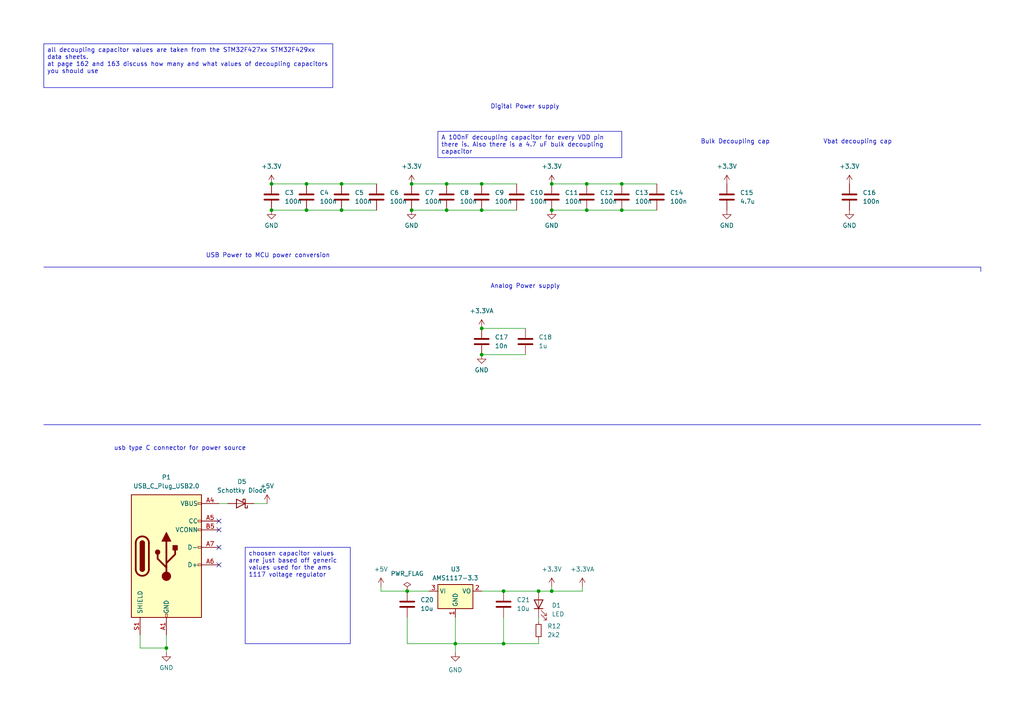
<source format=kicad_sch>
(kicad_sch (version 20230121) (generator eeschema)
  (paper "A4")
  (lib_symbols
    (symbol "Connector:USB_C_Plug_USB2.0" (pin_names (offset 1.016))
      (property "Reference" "P" (at -10.16 19.05 0))
      (property "Value" "USB_C_Plug_USB2.0" (at 12.7 19.05 0))
      (symbol "USB_C_Plug_USB2.0_0_0"
        (rectangle (start -0.254 -17.78) (end 0.254 -16.764))
        (rectangle (start 10.16 -2.286) (end 9.144 -2.794))
        (rectangle (start 10.16 2.794) (end 9.144 2.286))
        (rectangle (start 10.16 7.874) (end 9.144 7.366))
        (rectangle (start 10.16 10.414) (end 9.144 9.906))
        (rectangle (start 10.16 15.494) (end 9.144 14.986))
      )
      (symbol "USB_C_Plug_USB2.0_0_1"
        (rectangle (start -10.16 17.78) (end 10.16 -17.78) (stroke (width 0.254)) (fill (type background)))
        (arc (start -8.89 -3.81) (mid -6.985 -5.7067) (end -5.08 -3.81) (stroke (width 0.508)))
        (arc (start -7.62 -3.81) (mid -6.985 -4.4423) (end -6.35 -3.81) (stroke (width 0.254)))
        (arc (start -7.62 -3.81) (mid -6.985 -4.4423) (end -6.35 -3.81) (stroke (width 0.254)) (fill (type outline)))
        (rectangle (start -7.62 -3.81) (end -6.35 3.81) (stroke (width 0.254)) (fill (type outline)))
        (arc (start -6.35 3.81) (mid -6.985 4.4423) (end -7.62 3.81) (stroke (width 0.254)))
        (arc (start -6.35 3.81) (mid -6.985 4.4423) (end -7.62 3.81) (stroke (width 0.254)) (fill (type outline)))
        (arc (start -5.08 3.81) (mid -6.985 5.7067) (end -8.89 3.81) (stroke (width 0.508)))
        (circle (center -2.54 1.143) (radius 0.635) (stroke (width 0.254)) (fill (type outline)))
        (circle (center 0 -5.842) (radius 1.27) (fill (type outline)))
        (polyline (pts (xy -8.89 -3.81) (xy -8.89 3.81)) (stroke (width 0.508)))
        (polyline (pts (xy -5.08 3.81) (xy -5.08 -3.81)) (stroke (width 0.508)))
        (polyline (pts (xy 0 -5.842) (xy 0 4.318)) (stroke (width 0.508)))
        (polyline (pts (xy 0 -3.302) (xy -2.54 -0.762) (xy -2.54 0.508)) (stroke (width 0.508)))
        (polyline (pts (xy 0 -2.032) (xy 2.54 0.508) (xy 2.54 1.778)) (stroke (width 0.508)))
        (polyline (pts (xy -1.27 4.318) (xy 0 6.858) (xy 1.27 4.318) (xy -1.27 4.318)) (stroke (width 0.254)) (fill (type outline)))
        (rectangle (start 1.905 1.778) (end 3.175 3.048) (stroke (width 0.254)) (fill (type outline)))
      )
      (symbol "USB_C_Plug_USB2.0_1_1"
        (pin passive line (at 0 -22.86 90) (length 5.08) (name "GND") (number "A1"))
        (pin passive line (at 0 -22.86 90) (length 5.08) hide (name "GND") (number "A12"))
        (pin passive line (at 15.24 15.24 180) (length 5.08) (name "VBUS") (number "A4"))
        (pin bidirectional line (at 15.24 10.16 180) (length 5.08) (name "CC") (number "A5"))
        (pin bidirectional line (at 15.24 -2.54 180) (length 5.08) (name "D+") (number "A6"))
        (pin bidirectional line (at 15.24 2.54 180) (length 5.08) (name "D-") (number "A7"))
        (pin passive line (at 15.24 15.24 180) (length 5.08) hide (name "VBUS") (number "A9"))
        (pin passive line (at 0 -22.86 90) (length 5.08) hide (name "GND") (number "B1"))
        (pin passive line (at 0 -22.86 90) (length 5.08) hide (name "GND") (number "B12"))
        (pin passive line (at 15.24 15.24 180) (length 5.08) hide (name "VBUS") (number "B4"))
        (pin bidirectional line (at 15.24 7.62 180) (length 5.08) (name "VCONN") (number "B5"))
        (pin passive line (at 15.24 15.24 180) (length 5.08) hide (name "VBUS") (number "B9"))
        (pin passive line (at -7.62 -22.86 90) (length 5.08) (name "SHIELD") (number "S1"))
      )
    )
    (symbol "Device:C" (pin_numbers hide) (pin_names (offset 0.254))
      (property "Reference" "C" (at 0.635 2.54 0))
      (property "Value" "C" (at 0.635 -2.54 0))
      (symbol "C_0_1"
        (polyline (pts (xy -2.032 -0.762) (xy 2.032 -0.762)) (stroke (width 0.508)))
        (polyline (pts (xy -2.032 0.762) (xy 2.032 0.762)) (stroke (width 0.508)))
      )
      (symbol "C_1_1"
        (pin passive line (at 0 3.81 270) (length 2.794) (name "~") (number "1"))
        (pin passive line (at 0 -3.81 90) (length 2.794) (name "~") (number "2"))
      )
    )
    (symbol "Device:D_Schottky" (pin_numbers hide) (pin_names (offset 1.016) hide)
      (property "Reference" "D" (at 0 2.54 0))
      (property "Value" "D_Schottky" (at 0 -2.54 0))
      (symbol "D_Schottky_0_1"
        (polyline (pts (xy 1.27 0) (xy -1.27 0)))
        (polyline (pts (xy 1.27 1.27) (xy 1.27 -1.27) (xy -1.27 0) (xy 1.27 1.27)) (stroke (width 0.254)))
        (polyline (pts (xy -1.905 0.635) (xy -1.905 1.27) (xy -1.27 1.27) (xy -1.27 -1.27) (xy -0.635 -1.27) (xy -0.635 -0.635)) (stroke (width 0.254)))
      )
      (symbol "D_Schottky_1_1"
        (pin passive line (at -3.81 0 0) (length 2.54) (name "K") (number "1"))
        (pin passive line (at 3.81 0 180) (length 2.54) (name "A") (number "2"))
      )
    )
    (symbol "Device:LED" (pin_numbers hide) (pin_names (offset 1.016) hide)
      (property "Reference" "D" (at 0 2.54 0))
      (property "Value" "LED" (at 0 -2.54 0))
      (symbol "LED_0_1"
        (polyline (pts (xy -1.27 -1.27) (xy -1.27 1.27)) (stroke (width 0.254)))
        (polyline (pts (xy -1.27 0) (xy 1.27 0)))
        (polyline (pts (xy 1.27 -1.27) (xy 1.27 1.27) (xy -1.27 0) (xy 1.27 -1.27)) (stroke (width 0.254)))
        (polyline (pts (xy -3.048 -0.762) (xy -4.572 -2.286) (xy -3.81 -2.286) (xy -4.572 -2.286) (xy -4.572 -1.524)))
        (polyline (pts (xy -1.778 -0.762) (xy -3.302 -2.286) (xy -2.54 -2.286) (xy -3.302 -2.286) (xy -3.302 -1.524)))
      )
      (symbol "LED_1_1"
        (pin passive line (at -3.81 0 0) (length 2.54) (name "K") (number "1"))
        (pin passive line (at 3.81 0 180) (length 2.54) (name "A") (number "2"))
      )
    )
    (symbol "Device:R_Small" (pin_numbers hide) (pin_names (offset 0.254) hide)
      (property "Reference" "R" (at 0.762 0.508 0))
      (property "Value" "R_Small" (at 0.762 -1.016 0))
      (symbol "R_Small_0_1"
        (rectangle (start -0.762 1.778) (end 0.762 -1.778) (stroke (width 0.2032)))
      )
      (symbol "R_Small_1_1"
        (pin passive line (at 0 2.54 270) (length 0.762) (name "~") (number "1"))
        (pin passive line (at 0 -2.54 90) (length 0.762) (name "~") (number "2"))
      )
    )
    (symbol "Regulator_Linear:AMS1117-3.3"
      (property "Reference" "U" (at -3.81 3.175 0))
      (property "Value" "AMS1117-3.3" (at 0 3.175 0))
      (symbol "AMS1117-3.3_0_1"
        (rectangle (start -5.08 -5.08) (end 5.08 1.905) (stroke (width 0.254)) (fill (type background)))
      )
      (symbol "AMS1117-3.3_1_1"
        (pin power_in line (at 0 -7.62 90) (length 2.54) (name "GND") (number "1"))
        (pin power_out line (at 7.62 0 180) (length 2.54) (name "VO") (number "2"))
        (pin power_in line (at -7.62 0 0) (length 2.54) (name "VI") (number "3"))
      )
    )
    (symbol "power:+3.3V" (power) (pin_names (offset 0))
      (property "Value" "+3.3V" (at 0 3.556 0))
      (symbol "+3.3V_0_1"
        (polyline (pts (xy -0.762 1.27) (xy 0 2.54)))
        (polyline (pts (xy 0 0) (xy 0 2.54)))
        (polyline (pts (xy 0 2.54) (xy 0.762 1.27)))
      )
      (symbol "+3.3V_1_1"
        (pin power_in line (at 0 0 90) (length 0) hide (name "+3.3V") (number "1"))
      )
    )
    (symbol "power:+3.3VA" (power) (pin_names (offset 0))
      (property "Value" "+3.3VA" (at 0 3.556 0))
      (symbol "+3.3VA_0_1"
        (polyline (pts (xy -0.762 1.27) (xy 0 2.54)))
        (polyline (pts (xy 0 0) (xy 0 2.54)))
        (polyline (pts (xy 0 2.54) (xy 0.762 1.27)))
      )
      (symbol "+3.3VA_1_1"
        (pin power_in line (at 0 0 90) (length 0) hide (name "+3.3VA") (number "1"))
      )
    )
    (symbol "power:+5V" (power) (pin_names (offset 0))
      (property "Value" "+5V" (at 0 3.556 0))
      (symbol "+5V_0_1"
        (polyline (pts (xy -0.762 1.27) (xy 0 2.54)))
        (polyline (pts (xy 0 0) (xy 0 2.54)))
        (polyline (pts (xy 0 2.54) (xy 0.762 1.27)))
      )
      (symbol "+5V_1_1"
        (pin power_in line (at 0 0 90) (length 0) hide (name "+5V") (number "1"))
      )
    )
    (symbol "power:GND" (power) (pin_names (offset 0))
      (property "Value" "GND" (at 0 -3.81 0))
      (symbol "GND_0_1"
        (polyline (pts (xy 0 0) (xy 0 -1.27) (xy 1.27 -1.27) (xy 0 -2.54) (xy -1.27 -1.27) (xy 0 -1.27)))
      )
      (symbol "GND_1_1"
        (pin power_in line (at 0 0 270) (length 0) hide (name "GND") (number "1"))
      )
    )
    (symbol "power:PWR_FLAG" (power) (pin_numbers hide) (pin_names (offset 0) hide)
      (property "Value" "PWR_FLAG" (at 0 3.81 0))
      (symbol "PWR_FLAG_0_0"
        (pin power_out line (at 0 0 90) (length 0) (name "pwr") (number "1"))
      )
      (symbol "PWR_FLAG_0_1"
        (polyline (pts (xy 0 0) (xy 0 1.27) (xy -1.016 1.905) (xy 0 2.54) (xy 1.016 1.905) (xy 0 1.27)))
      )
    )
  )
  (junction (at 146.05 186.69))
  (junction (at 88.9 53.34))
  (junction (at 180.34 53.34))
  (junction (at 48.26 187.96))
  (junction (at 139.7 53.34))
  (junction (at 119.38 60.96))
  (junction (at 99.06 60.96))
  (junction (at 129.54 53.34))
  (junction (at 160.02 60.96))
  (junction (at 160.02 171.45))
  (junction (at 156.21 171.45))
  (junction (at 180.34 60.96))
  (junction (at 160.02 53.34))
  (junction (at 139.7 95.25))
  (junction (at 129.54 60.96))
  (junction (at 88.9 60.96))
  (junction (at 119.38 53.34))
  (junction (at 78.74 60.96))
  (junction (at 99.06 53.34))
  (junction (at 139.7 102.87))
  (junction (at 146.05 171.45))
  (junction (at 170.18 60.96))
  (junction (at 132.08 186.69))
  (junction (at 78.74 53.34))
  (junction (at 118.11 171.45))
  (junction (at 139.7 60.96))
  (junction (at 170.18 53.34))
  (no_connect (at 63.5 153.67))
  (no_connect (at 63.5 158.75))
  (no_connect (at 63.5 163.83))
  (no_connect (at 63.5 151.13))
  (wire (pts (xy 40.64 187.96) (xy 48.26 187.96)))
  (wire (pts (xy 48.26 187.96) (xy 48.26 184.15)))
  (wire (pts (xy 110.49 171.45) (xy 118.11 171.45)))
  (wire (pts (xy 88.9 60.96) (xy 99.06 60.96)))
  (wire (pts (xy 160.02 53.34) (xy 170.18 53.34)))
  (wire (pts (xy 180.34 53.34) (xy 190.5 53.34)))
  (wire (pts (xy 180.34 60.96) (xy 190.5 60.96)))
  (wire (pts (xy 129.54 53.34) (xy 139.7 53.34)))
  (wire (pts (xy 118.11 171.45) (xy 124.46 171.45)))
  (wire (pts (xy 139.7 102.87) (xy 152.4 102.87)))
  (wire (pts (xy 110.49 170.18) (xy 110.49 171.45)))
  (wire (pts (xy 88.9 53.34) (xy 99.06 53.34)))
  (wire (pts (xy 78.74 60.96) (xy 88.9 60.96)))
  (wire (pts (xy 160.02 170.18) (xy 160.02 171.45)))
  (wire (pts (xy 139.7 171.45) (xy 146.05 171.45)))
  (wire (pts (xy 118.11 179.07) (xy 118.11 186.69)))
  (wire (pts (xy 139.7 95.25) (xy 152.4 95.25)))
  (wire (pts (xy 132.08 189.23) (xy 132.08 186.69)))
  (wire (pts (xy 132.08 186.69) (xy 146.05 186.69)))
  (polyline (pts (xy 12.7 77.47) (xy 284.48 77.47)))
  (wire (pts (xy 170.18 60.96) (xy 180.34 60.96)))
  (wire (pts (xy 160.02 60.96) (xy 170.18 60.96)))
  (wire (pts (xy 168.91 171.45) (xy 168.91 170.18)))
  (wire (pts (xy 146.05 186.69) (xy 146.05 179.07)))
  (wire (pts (xy 160.02 171.45) (xy 168.91 171.45)))
  (wire (pts (xy 119.38 60.96) (xy 129.54 60.96)))
  (wire (pts (xy 118.11 186.69) (xy 132.08 186.69)))
  (wire (pts (xy 146.05 171.45) (xy 156.21 171.45)))
  (wire (pts (xy 99.06 53.34) (xy 109.22 53.34)))
  (wire (pts (xy 156.21 171.45) (xy 160.02 171.45)))
  (wire (pts (xy 139.7 60.96) (xy 149.86 60.96)))
  (wire (pts (xy 78.74 53.34) (xy 88.9 53.34)))
  (wire (pts (xy 119.38 53.34) (xy 129.54 53.34)))
  (wire (pts (xy 40.64 184.15) (xy 40.64 187.96)))
  (polyline (pts (xy 284.48 77.47) (xy 284.48 78.74)))
  (wire (pts (xy 170.18 53.34) (xy 180.34 53.34)))
  (wire (pts (xy 139.7 53.34) (xy 149.86 53.34)))
  (wire (pts (xy 129.54 60.96) (xy 139.7 60.96)))
  (wire (pts (xy 156.21 180.34) (xy 156.21 179.07)))
  (wire (pts (xy 99.06 60.96) (xy 109.22 60.96)))
  (wire (pts (xy 156.21 185.42) (xy 156.21 186.69)))
  (wire (pts (xy 73.66 146.05) (xy 77.47 146.05)))
  (polyline (pts (xy 12.7 123.19) (xy 284.48 123.19)))
  (wire (pts (xy 48.26 189.23) (xy 48.26 187.96)))
  (wire (pts (xy 156.21 186.69) (xy 146.05 186.69)))
  (wire (pts (xy 132.08 179.07) (xy 132.08 186.69)))
  (wire (pts (xy 66.04 146.05) (xy 63.5 146.05)))
  (text_box "all decoupling capacitor values are taken from the STM32F427xx STM32F429xx data sheets.\nat page 162 and 163 discuss how many and what values of decoupling capacitors you should use\n" (at 12.7 12.7 0) (size 83.82 12.7) (effects (font (size 1.27 1.27)) (justify left top)))
  (text_box "choosen capacitor values are just based off generic values used for the ams 1117 voltage regulator\n" (at 71.12 158.75 0) (size 30.48 27.94) (effects (font (size 1.27 1.27)) (justify left top)))
  (text_box "A 100nF decoupling capacitor for every VDD pin there is. Also there is a 4.7 uF bulk decoupling capacitor\n" (at 127 38.1 0) (size 53.34 7.62) (effects (font (size 1.27 1.27)) (justify left top)))
  (text "Vbat decoupling cap\n" (at 238.76 41.91 0) (effects (font (size 1.27 1.27)) (justify left bottom)))
  (text "usb type C connector for power source" (at 33.02 130.81 0) (effects (font (size 1.27 1.27)) (justify left bottom)))
  (text "Bulk Decoupling cap" (at 203.2 41.91 0) (effects (font (size 1.27 1.27)) (justify left bottom)))
  (text "USB Power to MCU power conversion\n" (at 59.69 74.93 0) (effects (font (size 1.27 1.27)) (justify left bottom)))
  (text "Digital Power supply\n" (at 142.24 31.75 0) (effects (font (size 1.27 1.27)) (justify left bottom)))
  (text "Analog Power supply\n" (at 142.24 83.82 0) (effects (font (size 1.27 1.27)) (justify left bottom)))
  (symbol (lib_id "power:GND") (at 132.08 189.23 0) (unit 1)
    (property "Reference" "#PWR020" (effects hide))
    (property "Value" "GND" (at 132.08 194.31 0))
    (instances (project "stm32f429z" (path "" (reference "#PWR020") (unit 1)) (path "" (reference "#PWR068") (unit 1))))
  )
  (symbol (lib_id "power:+3.3VA") (at 168.91 170.18 0) (unit 1)
    (property "Reference" "#PWR038" (effects hide))
    (property "Value" "+3.3VA" (at 168.91 165.1 0))
    (instances (project "stm32f429z" (path "" (reference "#PWR038") (unit 1)) (path "" (reference "#PWR067") (unit 1))))
  )
  (symbol (lib_id "power:GND") (at 119.38 60.96 0) (unit 1)
    (property "Reference" "#PWR012" (effects hide))
    (property "Value" "GND" (at 119.38 65.405 0))
  )
  (symbol (lib_id "Device:R_Small") (at 156.21 182.88 0) (unit 1)
    (property "Reference" "R12" (at 158.75 181.61 0) (effects (justify left)))
    (property "Value" "2k2" (at 158.75 184.15 0) (effects (justify left)))
    (property "Footprint" "Resistor_SMD:R_0603_1608Metric_Pad0.98x0.95mm_HandSolder" (effects hide))
    (instances (project "stm32f429z" (path "" (reference "R12") (unit 1)) (path "" (reference "R16") (unit 1))))
  )
  (symbol (lib_id "power:GND") (at 78.74 60.96 0) (unit 1)
    (property "Reference" "#PWR01" (effects hide))
    (property "Value" "GND" (at 78.74 65.405 0))
  )
  (symbol (lib_id "Device:C") (at 160.02 57.15 0) (unit 1)
    (property "Reference" "C11" (at 163.83 55.88 0) (effects (justify left)))
    (property "Value" "100n" (at 163.83 58.42 0) (effects (justify left)))
    (property "Footprint" "Capacitor_SMD:C_0603_1608Metric_Pad1.08x0.95mm_HandSolder" (effects hide))
  )
  (symbol (lib_id "Regulator_Linear:AMS1117-3.3") (at 132.08 171.45 0) (unit 1)
    (property "Reference" "U3" (at 132.08 165.1 0))
    (property "Value" "AMS1117-3.3" (at 132.08 167.64 0))
    (property "Footprint" "Package_TO_SOT_SMD:SOT-223-3_TabPin2" (effects hide))
    (property "Datasheet" "http://www.advanced-monolithic.com/pdf/ds1117.pdf" (effects hide))
    (instances (project "stm32f429z" (path "" (reference "U3") (unit 1)) (path "" (reference "U6") (unit 1))))
  )
  (symbol (lib_id "Device:C") (at 139.7 57.15 0) (unit 1)
    (property "Reference" "C9" (at 143.51 55.88 0) (effects (justify left)))
    (property "Value" "100n" (at 143.51 58.42 0) (effects (justify left)))
    (property "Footprint" "Capacitor_SMD:C_0603_1608Metric_Pad1.08x0.95mm_HandSolder" (effects hide))
  )
  (symbol (lib_id "power:PWR_FLAG") (at 118.11 171.45 0) (unit 1)
    (property "Reference" "#FLG01" (effects hide))
    (property "Value" "PWR_FLAG" (at 118.11 166.37 0))
    (instances (project "stm32f429z" (path "" (reference "#FLG01") (unit 1)) (path "" (reference "#FLG04") (unit 1))))
  )
  (symbol (lib_id "power:+3.3V") (at 160.02 53.34 0) (unit 1)
    (property "Reference" "#PWR010" (effects hide))
    (property "Value" "+3.3V" (at 160.02 48.26 0))
  )
  (symbol (lib_id "Device:C") (at 152.4 99.06 0) (unit 1)
    (property "Reference" "C18" (at 156.21 97.79 0) (effects (justify left)))
    (property "Value" "1u" (at 156.21 100.33 0) (effects (justify left)))
    (property "Footprint" "Capacitor_SMD:C_0603_1608Metric_Pad1.08x0.95mm_HandSolder" (effects hide))
  )
  (symbol (lib_id "Device:C") (at 88.9 57.15 0) (unit 1)
    (property "Reference" "C4" (at 92.71 55.88 0) (effects (justify left)))
    (property "Value" "100n" (at 92.71 58.42 0) (effects (justify left)))
    (property "Footprint" "Capacitor_SMD:C_0603_1608Metric_Pad1.08x0.95mm_HandSolder" (effects hide))
  )
  (symbol (lib_id "power:+3.3V") (at 160.02 170.18 0) (unit 1)
    (property "Reference" "#PWR037" (effects hide))
    (property "Value" "+3.3V" (at 160.02 165.1 0))
    (instances (project "stm32f429z" (path "" (reference "#PWR037") (unit 1)) (path "" (reference "#PWR066") (unit 1))))
  )
  (symbol (lib_id "Device:C") (at 190.5 57.15 0) (unit 1)
    (property "Reference" "C14" (at 194.31 55.88 0) (effects (justify left)))
    (property "Value" "100n" (at 194.31 58.42 0) (effects (justify left)))
    (property "Footprint" "Capacitor_SMD:C_0603_1608Metric_Pad1.08x0.95mm_HandSolder" (effects hide))
  )
  (symbol (lib_id "power:GND") (at 246.38 60.96 0) (unit 1)
    (property "Reference" "#PWR018" (effects hide))
    (property "Value" "GND" (at 246.38 65.405 0))
  )
  (symbol (lib_id "power:GND") (at 139.7 102.87 0) (unit 1)
    (property "Reference" "#PWR016" (effects hide))
    (property "Value" "GND" (at 139.7 107.315 0))
  )
  (symbol (lib_id "Device:C") (at 149.86 57.15 0) (unit 1)
    (property "Reference" "C10" (at 153.67 55.88 0) (effects (justify left)))
    (property "Value" "100n" (at 153.67 58.42 0) (effects (justify left)))
    (property "Footprint" "Capacitor_SMD:C_0603_1608Metric_Pad1.08x0.95mm_HandSolder" (effects hide))
  )
  (symbol (lib_id "Device:LED") (at 156.21 175.26 90) (unit 1)
    (property "Reference" "D1" (at 160.02 175.5775 90) (effects (justify right)))
    (property "Value" "LED" (at 160.02 178.1175 90) (effects (justify right)))
    (property "Footprint" "LED_SMD:LED_0603_1608Metric_Pad1.05x0.95mm_HandSolder" (effects hide))
    (instances (project "stm32f429z" (path "" (reference "D1") (unit 1)) (path "" (reference "D4") (unit 1))))
  )
  (symbol (lib_id "power:+5V") (at 77.47 146.05 0) (unit 1)
    (property "Reference" "#PWR020" (effects hide))
    (property "Value" "+5V" (at 77.47 140.97 0))
  )
  (symbol (lib_id "Device:C") (at 78.74 57.15 0) (unit 1)
    (property "Reference" "C3" (at 82.55 55.88 0) (effects (justify left)))
    (property "Value" "100n" (at 82.55 58.42 0) (effects (justify left)))
    (property "Footprint" "Capacitor_SMD:C_0603_1608Metric_Pad1.08x0.95mm_HandSolder" (effects hide))
  )
  (symbol (lib_id "Device:C") (at 129.54 57.15 0) (unit 1)
    (property "Reference" "C8" (at 133.35 55.88 0) (effects (justify left)))
    (property "Value" "100n" (at 133.35 58.42 0) (effects (justify left)))
    (property "Footprint" "Capacitor_SMD:C_0603_1608Metric_Pad1.08x0.95mm_HandSolder" (effects hide))
  )
  (symbol (lib_id "Connector:USB_C_Plug_USB2.0") (at 48.26 161.29 0) (unit 1)
    (property "Reference" "P1" (at 48.26 138.43 0))
    (property "Value" "USB_C_Plug_USB2.0" (at 48.26 140.97 0))
    (property "Footprint" "Connector_USB:USB_C_Receptacle_GCT_USB4085" (effects hide))
    (property "Datasheet" "https://www.usb.org/sites/default/files/documents/usb_type-c.zip" (effects hide))
    (instances (project "stm32f429z" (path "" (reference "P1") (unit 1)) (path "" (reference "P2") (unit 1))))
  )
  (symbol (lib_id "Device:D_Schottky") (at 69.85 146.05 180) (unit 1)
    (property "Reference" "D5" (at 70.1675 139.7 0))
    (property "Value" "Schottky Diode" (at 70.1675 142.24 0))
    (property "Footprint" "Diode_SMD:D_0603_1608Metric_Pad1.05x0.95mm_HandSolder" (effects hide))
  )
  (symbol (lib_id "Device:C") (at 146.05 175.26 0) (unit 1)
    (property "Reference" "C21" (at 149.86 173.99 0) (effects (justify left)))
    (property "Value" "10u" (at 149.86 176.53 0) (effects (justify left)))
    (property "Footprint" "Capacitor_SMD:C_0603_1608Metric_Pad1.08x0.95mm_HandSolder" (effects hide))
    (instances (project "stm32f429z" (path "" (reference "C21") (unit 1)) (path "" (reference "C27") (unit 1))))
  )
  (symbol (lib_id "Device:C") (at 99.06 57.15 0) (unit 1)
    (property "Reference" "C5" (at 102.87 55.88 0) (effects (justify left)))
    (property "Value" "100n" (at 102.87 58.42 0) (effects (justify left)))
    (property "Footprint" "Capacitor_SMD:C_0603_1608Metric_Pad1.08x0.95mm_HandSolder" (effects hide))
  )
  (symbol (lib_id "power:+3.3V") (at 78.74 53.34 0) (unit 1)
    (property "Reference" "#PWR02" (effects hide))
    (property "Value" "+3.3V" (at 78.74 48.26 0))
  )
  (symbol (lib_id "power:GND") (at 160.02 60.96 0) (unit 1)
    (property "Reference" "#PWR013" (effects hide))
    (property "Value" "GND" (at 160.02 65.405 0))
  )
  (symbol (lib_id "Device:C") (at 246.38 57.15 0) (unit 1)
    (property "Reference" "C16" (at 250.19 55.88 0) (effects (justify left)))
    (property "Value" "100n" (at 250.19 58.42 0) (effects (justify left)))
    (property "Footprint" "Capacitor_SMD:C_0603_1608Metric_Pad1.08x0.95mm_HandSolder" (effects hide))
  )
  (symbol (lib_id "Device:C") (at 109.22 57.15 0) (unit 1)
    (property "Reference" "C6" (at 113.03 55.88 0) (effects (justify left)))
    (property "Value" "100n" (at 113.03 58.42 0) (effects (justify left)))
    (property "Footprint" "Capacitor_SMD:C_0603_1608Metric_Pad1.08x0.95mm_HandSolder" (effects hide))
  )
  (symbol (lib_id "Device:C") (at 210.82 57.15 0) (unit 1)
    (property "Reference" "C15" (at 214.63 55.88 0) (effects (justify left)))
    (property "Value" "4.7u" (at 214.63 58.42 0) (effects (justify left)))
    (property "Footprint" "Capacitor_SMD:C_0603_1608Metric_Pad1.08x0.95mm_HandSolder" (effects hide))
  )
  (symbol (lib_id "Device:C") (at 139.7 99.06 0) (unit 1)
    (property "Reference" "C17" (at 143.51 97.79 0) (effects (justify left)))
    (property "Value" "10n" (at 143.51 100.33 0) (effects (justify left)))
    (property "Footprint" "Capacitor_SMD:C_0603_1608Metric_Pad1.08x0.95mm_HandSolder" (effects hide))
  )
  (symbol (lib_id "power:GND") (at 48.26 189.23 0) (unit 1)
    (property "Reference" "#PWR064" (effects hide))
    (property "Value" "GND" (at 48.26 193.675 0))
    (instances (project "stm32f429z" (path "" (reference "#PWR064") (unit 1)) (path "" (reference "#PWR069") (unit 1))) (project "STM32F030" (path "" (reference "#PWR021") (unit 1))))
  )
  (symbol (lib_id "Device:C") (at 119.38 57.15 0) (unit 1)
    (property "Reference" "C7" (at 123.19 55.88 0) (effects (justify left)))
    (property "Value" "100n" (at 123.19 58.42 0) (effects (justify left)))
    (property "Footprint" "Capacitor_SMD:C_0603_1608Metric_Pad1.08x0.95mm_HandSolder" (effects hide))
  )
  (symbol (lib_id "power:+3.3VA") (at 139.7 95.25 0) (unit 1)
    (property "Reference" "#PWR015" (effects hide))
    (property "Value" "+3.3VA" (at 139.7 90.17 0))
  )
  (symbol (lib_id "Device:C") (at 180.34 57.15 0) (unit 1)
    (property "Reference" "C13" (at 184.15 55.88 0) (effects (justify left)))
    (property "Value" "100n" (at 184.15 58.42 0) (effects (justify left)))
    (property "Footprint" "Capacitor_SMD:C_0603_1608Metric_Pad1.08x0.95mm_HandSolder" (effects hide))
  )
  (symbol (lib_id "power:+3.3V") (at 246.38 53.34 0) (unit 1)
    (property "Reference" "#PWR017" (effects hide))
    (property "Value" "+3.3V" (at 246.38 48.26 0))
  )
  (symbol (lib_id "power:+3.3V") (at 119.38 53.34 0) (unit 1)
    (property "Reference" "#PWR09" (effects hide))
    (property "Value" "+3.3V" (at 119.38 48.26 0))
  )
  (symbol (lib_id "power:+3.3V") (at 210.82 53.34 0) (unit 1)
    (property "Reference" "#PWR011" (effects hide))
    (property "Value" "+3.3V" (at 210.82 48.26 0))
  )
  (symbol (lib_id "Device:C") (at 118.11 175.26 0) (unit 1)
    (property "Reference" "C20" (at 121.92 173.99 0) (effects (justify left)))
    (property "Value" "10u" (at 121.92 176.53 0) (effects (justify left)))
    (property "Footprint" "Capacitor_SMD:C_0603_1608Metric_Pad1.08x0.95mm_HandSolder" (effects hide))
    (instances (project "stm32f429z" (path "" (reference "C20") (unit 1)) (path "" (reference "C26") (unit 1))))
  )
  (symbol (lib_id "power:GND") (at 210.82 60.96 0) (unit 1)
    (property "Reference" "#PWR014" (effects hide))
    (property "Value" "GND" (at 210.82 65.405 0))
  )
  (symbol (lib_id "Device:C") (at 170.18 57.15 0) (unit 1)
    (property "Reference" "C12" (at 173.99 55.88 0) (effects (justify left)))
    (property "Value" "100n" (at 173.99 58.42 0) (effects (justify left)))
    (property "Footprint" "Capacitor_SMD:C_0603_1608Metric_Pad1.08x0.95mm_HandSolder" (effects hide))
  )
  (symbol (lib_id "power:+5V") (at 110.49 170.18 0) (unit 1)
    (property "Reference" "#PWR036" (effects hide))
    (property "Value" "+5V" (at 110.49 165.1 0))
    (instances (project "stm32f429z" (path "" (reference "#PWR036") (unit 1)) (path "" (reference "#PWR065") (unit 1))))
  )
)
</source>
